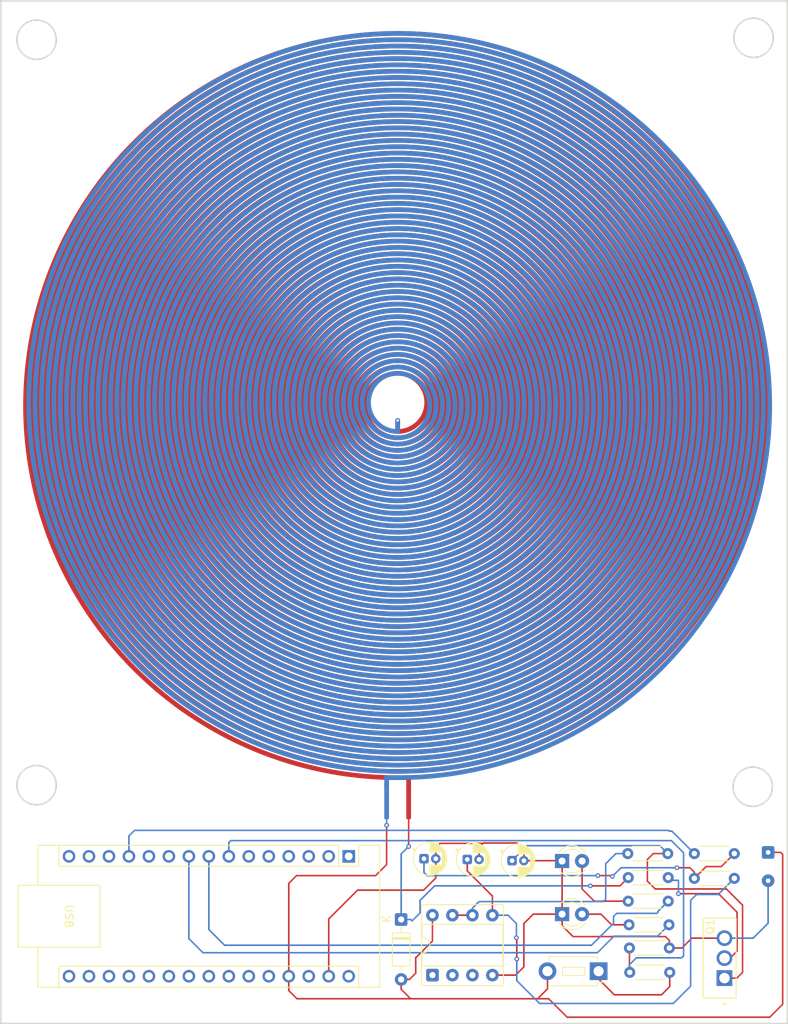
<source format=kicad_pcb>
(kicad_pcb (version 20241229) (generator "pcbnew") (generator_version "9.0")
  (layers (0 "F.Cu" signal) (2 "B.Cu" signal) (13 "F.Paste" user) (15 "B.Paste" user) (5 "F.SilkS" user "F.Silkscreen") (7 "B.SilkS" user "B.Silkscreen") (1 "F.Mask" user) (3 "B.Mask" user) (25 "Edge.Cuts" user))
  (net 0 "")
  (net 6 "GND")
  (net 8 "+5V")
  (net 11 "Net-(A1-D6)")
  (net 23 "Net-(A1-D4)")
  (net 27 "Net-(A1-D9)")
  (net 30 "Net-(A1-D5)")
  (net 31 "Net-(C1-Pad1)")
  (net 32 "Net-(U1B-+)")
  (net 33 "Net-(C3-Pad1)")
  (net 34 "Net-(D1-A)")
  (net 35 "Net-(D2-A)")
  (net 36 "Net-(D3-A)")
  (net 37 "Net-(Q1-Pad2)")
  (net 38 "Net-(U1B--)")
  (net 39 "Net-(R8-Pad1)")
  (footprint "Module:Arduino_Nano" (layer "F.Cu") (at 93.68 138.9 -90)
    (property "Reference" "A1" (hide yes))
    (property "Value" "Arduino_Nano_v3.x" (hide yes))
    (fp_text user "USB" (at 7.62 35.56 270) (layer "F.SilkS"))
    (pad "1" thru_hole rect (at 0 0 270) (size 1.6 1.6) (drill 1) (layers "*.Cu" "*.Mask"))
    (pad "2" thru_hole oval (at 0 2.54 270) (size 1.6 1.6) (drill 1) (layers "*.Cu" "*.Mask"))
    (pad "3" thru_hole oval (at 0 5.08 270) (size 1.6 1.6) (drill 1) (layers "*.Cu" "*.Mask"))
    (pad "4" thru_hole oval (at 0 7.62 270) (size 1.6 1.6) (drill 1) (layers "*.Cu" "*.Mask"))
    (pad "5" thru_hole oval (at 0 10.16 270) (size 1.6 1.6) (drill 1) (layers "*.Cu" "*.Mask"))
    (pad "6" thru_hole oval (at 0 12.7 270) (size 1.6 1.6) (drill 1) (layers "*.Cu" "*.Mask"))
    (pad "7" thru_hole oval (at 0 15.24 270) (size 1.6 1.6) (drill 1) (layers "*.Cu" "*.Mask") (net 23 "Net-(A1-D4)"))
    (pad "8" thru_hole oval (at 0 17.78 270) (size 1.6 1.6) (drill 1) (layers "*.Cu" "*.Mask") (net 30 "Net-(A1-D5)"))
    (pad "9" thru_hole oval (at 0 20.32 270) (size 1.6 1.6) (drill 1) (layers "*.Cu" "*.Mask") (net 11 "Net-(A1-D6)"))
    (pad "10" thru_hole oval (at 0 22.86 270) (size 1.6 1.6) (drill 1) (layers "*.Cu" "*.Mask"))
    (pad "11" thru_hole oval (at 0 25.4 270) (size 1.6 1.6) (drill 1) (layers "*.Cu" "*.Mask"))
    (pad "12" thru_hole oval (at 0 27.94 270) (size 1.6 1.6) (drill 1) (layers "*.Cu" "*.Mask") (net 27 "Net-(A1-D9)"))
    (pad "13" thru_hole oval (at 0 30.48 270) (size 1.6 1.6) (drill 1) (layers "*.Cu" "*.Mask"))
    (pad "14" thru_hole oval (at 0 33.02 270) (size 1.6 1.6) (drill 1) (layers "*.Cu" "*.Mask"))
    (pad "15" thru_hole oval (at 0 35.56 270) (size 1.6 1.6) (drill 1) (layers "*.Cu" "*.Mask"))
    (pad "16" thru_hole oval (at 15.24 35.56 270) (size 1.6 1.6) (drill 1) (layers "*.Cu" "*.Mask"))
    (pad "17" thru_hole oval (at 15.24 33.02 270) (size 1.6 1.6) (drill 1) (layers "*.Cu" "*.Mask"))
    (pad "18" thru_hole oval (at 15.24 30.48 270) (size 1.6 1.6) (drill 1) (layers "*.Cu" "*.Mask"))
    (pad "19" thru_hole oval (at 15.24 27.94 270) (size 1.6 1.6) (drill 1) (layers "*.Cu" "*.Mask"))
    (pad "20" thru_hole oval (at 15.24 25.4 270) (size 1.6 1.6) (drill 1) (layers "*.Cu" "*.Mask"))
    (pad "21" thru_hole oval (at 15.24 22.86 270) (size 1.6 1.6) (drill 1) (layers "*.Cu" "*.Mask"))
    (pad "22" thru_hole oval (at 15.24 20.32 270) (size 1.6 1.6) (drill 1) (layers "*.Cu" "*.Mask"))
    (pad "23" thru_hole oval (at 15.24 17.78 270) (size 1.6 1.6) (drill 1) (layers "*.Cu" "*.Mask"))
    (pad "24" thru_hole oval (at 15.24 15.24 270) (size 1.6 1.6) (drill 1) (layers "*.Cu" "*.Mask"))
    (pad "25" thru_hole oval (at 15.24 12.7 270) (size 1.6 1.6) (drill 1) (layers "*.Cu" "*.Mask"))
    (pad "26" thru_hole oval (at 15.24 10.16 270) (size 1.6 1.6) (drill 1) (layers "*.Cu" "*.Mask"))
    (pad "27" thru_hole oval (at 15.24 7.62 270) (size 1.6 1.6) (drill 1) (layers "*.Cu" "*.Mask") (net 8 "+5V"))
    (pad "28" thru_hole oval (at 15.24 5.08 270) (size 1.6 1.6) (drill 1) (layers "*.Cu" "*.Mask"))
    (pad "29" thru_hole oval (at 15.24 2.54 270) (size 1.6 1.6) (drill 1) (layers "*.Cu" "*.Mask") (net 6 "GND"))
    (pad "30" thru_hole oval (at 15.24 0 270) (size 1.6 1.6) (drill 1) (layers "*.Cu" "*.Mask"))
  )
  (footprint "Coil:Schuman_Coil" (layer "F.Cu") (at 96.9 84.2)
    (property "Reference" "L1" (hide yes))
    (property "Value" "L" (hide yes))
    (fp_line (start 3 0.7) (end 3 -0.7) (stroke (width 0.6)) (layer "F.Cu"))
    (fp_line (start 3 44.7) (end 4.4 44.7) (stroke (width 0.6)) (layer "F.Cu"))
    (fp_line (start 4.4 44.7) (end 4.4 45.8) (stroke (width 0.6)) (layer "F.Cu"))
    (fp_arc (start 3 -49.9) (mid 49.9 -3) (end 3 43.9) (stroke (width 0.6)) (layer "F.Cu"))
    (fp_arc (start 3 -49.1) (mid 49.1 -3) (end 3 43.1) (stroke (width 0.6)) (layer "F.Cu"))
    (fp_arc (start 3 -48.3) (mid 48.3 -3) (end 3 42.3) (stroke (width 0.6)) (layer "F.Cu"))
    (fp_arc (start 3 -47.5) (mid 47.5 -3) (end 3 41.5) (stroke (width 0.6)) (layer "F.Cu"))
    (fp_arc (start 3 -46.7) (mid 46.7 -3) (end 3 40.7) (stroke (width 0.6)) (layer "F.Cu"))
    (fp_arc (start 3 -45.9) (mid 45.9 -3) (end 3 39.9) (stroke (width 0.6)) (layer "F.Cu"))
    (fp_arc (start 3 -45.1) (mid 45.1 -3) (end 3 39.1) (stroke (width 0.6)) (layer "F.Cu"))
    (fp_arc (start 3 -44.3) (mid 44.3 -3) (end 3 38.3) (stroke (width 0.6)) (layer "F.Cu"))
    (fp_arc (start 3 -43.5) (mid 43.5 -3) (end 3 37.5) (stroke (width 0.6)) (layer "F.Cu"))
    (fp_arc (start 3 -42.7) (mid 42.7 -3) (end 3 36.7) (stroke (width 0.6)) (layer "F.Cu"))
    (fp_arc (start 3 -41.9) (mid 41.9 -3) (end 3 35.9) (stroke (width 0.6)) (layer "F.Cu"))
    (fp_arc (start 3 -41.1) (mid 41.1 -3) (end 3 35.1) (stroke (width 0.6)) (layer "F.Cu"))
    (fp_arc (start 3 -40.3) (mid 40.3 -3) (end 3 34.3) (stroke (width 0.6)) (layer "F.Cu"))
    (fp_arc (start 3 -39.5) (mid 39.5 -3) (end 3 33.5) (stroke (width 0.6)) (layer "F.Cu"))
    (fp_arc (start 3 -38.7) (mid 38.7 -3) (end 3 32.7) (stroke (width 0.6)) (layer "F.Cu"))
    (fp_arc (start 3 -37.9) (mid 37.9 -3) (end 3 31.9) (stroke (width 0.6)) (layer "F.Cu"))
    (fp_arc (start 3 -37.1) (mid 37.1 -3) (end 3 31.1) (stroke (width 0.6)) (layer "F.Cu"))
    (fp_arc (start 3 -36.3) (mid 36.3 -3) (end 3 30.3) (stroke (width 0.6)) (layer "F.Cu"))
    (fp_arc (start 3 -35.5) (mid 35.5 -3) (end 3 29.5) (stroke (width 0.6)) (layer "F.Cu"))
    (fp_arc (start 3 -34.7) (mid 34.7 -3) (end 3 28.7) (stroke (width 0.6)) (layer "F.Cu"))
    (fp_arc (start 3 -33.9) (mid 33.9 -3) (end 3 27.9) (stroke (width 0.6)) (layer "F.Cu"))
    (fp_arc (start 3 -33.1) (mid 33.1 -3) (end 3 27.1) (stroke (width 0.6)) (layer "F.Cu"))
    (fp_arc (start 3 -32.3) (mid 32.3 -3) (end 3 26.3) (stroke (width 0.6)) (layer "F.Cu"))
    (fp_arc (start 3 -31.5) (mid 31.5 -3) (end 3 25.5) (stroke (width 0.6)) (layer "F.Cu"))
    (fp_arc (start 3 -30.7) (mid 30.7 -3) (end 3 24.7) (stroke (width 0.6)) (layer "F.Cu"))
    (fp_arc (start 3 -29.9) (mid 29.9 -3) (end 3 23.9) (stroke (width 0.6)) (layer "F.Cu"))
    (fp_arc (start 3 -29.1) (mid 29.1 -3) (end 3 23.1) (stroke (width 0.6)) (layer "F.Cu"))
    (fp_arc (start 3 -28.3) (mid 28.3 -3) (end 3 22.3) (stroke (width 0.6)) (layer "F.Cu"))
    (fp_arc (start 3 -27.5) (mid 27.5 -3) (end 3 21.5) (stroke (width 0.6)) (layer "F.Cu"))
    (fp_arc (start 3 -26.7) (mid 26.7 -3) (end 3 20.7) (stroke (width 0.6)) (layer "F.Cu"))
    (fp_arc (start 3 -25.9) (mid 25.9 -3) (end 3 19.9) (stroke (width 0.6)) (layer "F.Cu"))
    (fp_arc (start 3 -25.1) (mid 25.1 -3) (end 3 19.1) (stroke (width 0.6)) (layer "F.Cu"))
    (fp_arc (start 3 -24.3) (mid 24.3 -3) (end 3 18.3) (stroke (width 0.6)) (layer "F.Cu"))
    (fp_arc (start 3 -23.5) (mid 23.5 -3) (end 3 17.5) (stroke (width 0.6)) (layer "F.Cu"))
    (fp_arc (start 3 -22.7) (mid 22.7 -3) (end 3 16.7) (stroke (width 0.6)) (layer "F.Cu"))
    (fp_arc (start 3 -21.9) (mid 21.9 -3) (end 3 15.9) (stroke (width 0.6)) (layer "F.Cu"))
    (fp_arc (start 3 -21.1) (mid 21.1 -3) (end 3 15.1) (stroke (width 0.6)) (layer "F.Cu"))
    (fp_arc (start 3 -20.3) (mid 20.3 -3) (end 3 14.3) (stroke (width 0.6)) (layer "F.Cu"))
    (fp_arc (start 3 -19.5) (mid 19.5 -3) (end 3 13.5) (stroke (width 0.6)) (layer "F.Cu"))
    (fp_arc (start 3 -18.7) (mid 18.7 -3) (end 3 12.7) (stroke (width 0.6)) (layer "F.Cu"))
    (fp_arc (start 3 -17.9) (mid 17.9 -3) (end 3 11.9) (stroke (width 0.6)) (layer "F.Cu"))
    (fp_arc (start 3 -17.1) (mid 17.1 -3) (end 3 11.1) (stroke (width 0.6)) (layer "F.Cu"))
    (fp_arc (start 3 -16.3) (mid 16.3 -3) (end 3 10.3) (stroke (width 0.6)) (layer "F.Cu"))
    (fp_arc (start 3 -15.5) (mid 15.5 -3) (end 3 9.5) (stroke (width 0.6)) (layer "F.Cu"))
    (fp_arc (start 3 -14.7) (mid 14.7 -3) (end 3 8.7) (stroke (width 0.6)) (layer "F.Cu"))
    (fp_arc (start 3 -13.9) (mid 13.9 -3) (end 3 7.9) (stroke (width 0.6)) (layer "F.Cu"))
    (fp_arc (start 3 -13.1) (mid 13.1 -3) (end 3 7.1) (stroke (width 0.6)) (layer "F.Cu"))
    (fp_arc (start 3 -12.3) (mid 12.3 -3) (end 3 6.3) (stroke (width 0.6)) (layer "F.Cu"))
    (fp_arc (start 3 -11.5) (mid 11.5 -3) (end 3 5.5) (stroke (width 0.6)) (layer "F.Cu"))
    (fp_arc (start 3 -10.7) (mid 10.7 -3) (end 3 4.7) (stroke (width 0.6)) (layer "F.Cu"))
    (fp_arc (start 3 -9.9) (mid 9.9 -3) (end 3 3.9) (stroke (width 0.6)) (layer "F.Cu"))
    (fp_arc (start 3 -9.1) (mid 9.1 -3) (end 3 3.1) (stroke (width 0.6)) (layer "F.Cu"))
    (fp_arc (start 3 -8.3) (mid 8.3 -3) (end 3 2.3) (stroke (width 0.6)) (layer "F.Cu"))
    (fp_arc (start 3 -7.5) (mid 7.5 -3) (end 3 1.5) (stroke (width 0.6)) (layer "F.Cu"))
    (fp_arc (start 3 -6.7) (mid 6.7 -3) (end 3 0.7) (stroke (width 0.6)) (layer "F.Cu"))
    (fp_arc (start 3 1.5) (mid -1.1 -2.6) (end 3 -6.7) (stroke (width 0.6)) (layer "F.Cu"))
    (fp_arc (start 3 2.3) (mid -1.9 -2.6) (end 3 -7.5) (stroke (width 0.6)) (layer "F.Cu"))
    (fp_arc (start 3 3.1) (mid -2.7 -2.6) (end 3 -8.3) (stroke (width 0.6)) (layer "F.Cu"))
    (fp_arc (start 3 3.9) (mid -3.5 -2.6) (end 3 -9.1) (stroke (width 0.6)) (layer "F.Cu"))
    (fp_arc (start 3 4.7) (mid -4.3 -2.6) (end 3 -9.9) (stroke (width 0.6)) (layer "F.Cu"))
    (fp_arc (start 3 5.5) (mid -5.1 -2.6) (end 3 -10.7) (stroke (width 0.6)) (layer "F.Cu"))
    (fp_arc (start 3 6.3) (mid -5.9 -2.6) (end 3 -11.5) (stroke (width 0.6)) (layer "F.Cu"))
    (fp_arc (start 3 7.1) (mid -6.7 -2.6) (end 3 -12.3) (stroke (width 0.6)) (layer "F.Cu"))
    (fp_arc (start 3 7.9) (mid -7.5 -2.6) (end 3 -13.1) (stroke (width 0.6)) (layer "F.Cu"))
    (fp_arc (start 3 8.7) (mid -8.3 -2.6) (end 3 -13.9) (stroke (width 0.6)) (layer "F.Cu"))
    (fp_arc (start 3 9.5) (mid -9.1 -2.6) (end 3 -14.7) (stroke (width 0.6)) (layer "F.Cu"))
    (fp_arc (start 3 10.3) (mid -9.9 -2.6) (end 3 -15.5) (stroke (width 0.6)) (layer "F.Cu"))
    (fp_arc (start 3 11.1) (mid -10.7 -2.6) (end 3 -16.3) (stroke (width 0.6)) (layer "F.Cu"))
    (fp_arc (start 3 11.9) (mid -11.5 -2.6) (end 3 -17.1) (stroke (width 0.6)) (layer "F.Cu"))
    (fp_arc (start 3 12.7) (mid -12.3 -2.6) (end 3 -17.9) (stroke (width 0.6)) (layer "F.Cu"))
    (fp_arc (start 3 13.5) (mid -13.1 -2.6) (end 3 -18.7) (stroke (width 0.6)) (layer "F.Cu"))
    (fp_arc (start 3 14.3) (mid -13.9 -2.6) (end 3 -19.5) (stroke (width 0.6)) (layer "F.Cu"))
    (fp_arc (start 3 15.1) (mid -14.7 -2.6) (end 3 -20.3) (stroke (width 0.6)) (layer "F.Cu"))
    (fp_arc (start 3 15.9) (mid -15.5 -2.6) (end 3 -21.1) (stroke (width 0.6)) (layer "F.Cu"))
    (fp_arc (start 3 16.7) (mid -16.3 -2.6) (end 3 -21.9) (stroke (width 0.6)) (layer "F.Cu"))
    (fp_arc (start 3 17.5) (mid -17.1 -2.6) (end 3 -22.7) (stroke (width 0.6)) (layer "F.Cu"))
    (fp_arc (start 3 18.3) (mid -17.9 -2.6) (end 3 -23.5) (stroke (width 0.6)) (layer "F.Cu"))
    (fp_arc (start 3 19.1) (mid -18.7 -2.6) (end 3 -24.3) (stroke (width 0.6)) (layer "F.Cu"))
    (fp_arc (start 3 19.9) (mid -19.5 -2.6) (end 3 -25.1) (stroke (width 0.6)) (layer "F.Cu"))
    (fp_arc (start 3 20.7) (mid -20.3 -2.6) (end 3 -25.9) (stroke (width 0.6)) (layer "F.Cu"))
    (fp_arc (start 3 21.5) (mid -21.1 -2.6) (end 3 -26.7) (stroke (width 0.6)) (layer "F.Cu"))
    (fp_arc (start 3 22.3) (mid -21.9 -2.6) (end 3 -27.5) (stroke (width 0.6)) (layer "F.Cu"))
    (fp_arc (start 3 23.1) (mid -22.7 -2.6) (end 3 -28.3) (stroke (width 0.6)) (layer "F.Cu"))
    (fp_arc (start 3 23.9) (mid -23.5 -2.6) (end 3 -29.1) (stroke (width 0.6)) (layer "F.Cu"))
    (fp_arc (start 3 24.7) (mid -24.3 -2.6) (end 3 -29.9) (stroke (width 0.6)) (layer "F.Cu"))
    (fp_arc (start 3 25.5) (mid -25.1 -2.6) (end 3 -30.7) (stroke (width 0.6)) (layer "F.Cu"))
    (fp_arc (start 3 26.3) (mid -25.9 -2.6) (end 3 -31.5) (stroke (width 0.6)) (layer "F.Cu"))
    (fp_arc (start 3 27.1) (mid -26.7 -2.6) (end 3 -32.3) (stroke (width 0.6)) (layer "F.Cu"))
    (fp_arc (start 3 27.9) (mid -27.5 -2.6) (end 3 -33.1) (stroke (width 0.6)) (layer "F.Cu"))
    (fp_arc (start 3 28.7) (mid -28.3 -2.6) (end 3 -33.9) (stroke (width 0.6)) (layer "F.Cu"))
    (fp_arc (start 3 29.5) (mid -29.1 -2.6) (end 3 -34.7) (stroke (width 0.6)) (layer "F.Cu"))
    (fp_arc (start 3 30.3) (mid -29.9 -2.6) (end 3 -35.5) (stroke (width 0.6)) (layer "F.Cu"))
    (fp_arc (start 3 31.1) (mid -30.7 -2.6) (end 3 -36.3) (stroke (width 0.6)) (layer "F.Cu"))
    (fp_arc (start 3 31.9) (mid -31.5 -2.6) (end 3 -37.1) (stroke (width 0.6)) (layer "F.Cu"))
    (fp_arc (start 3 32.7) (mid -32.3 -2.6) (end 3 -37.9) (stroke (width 0.6)) (layer "F.Cu"))
    (fp_arc (start 3 33.5) (mid -33.1 -2.6) (end 3 -38.7) (stroke (width 0.6)) (layer "F.Cu"))
    (fp_arc (start 3 34.3) (mid -33.9 -2.6) (end 3 -39.5) (stroke (width 0.6)) (layer "F.Cu"))
    (fp_arc (start 3 35.1) (mid -34.7 -2.6) (end 3 -40.3) (stroke (width 0.6)) (layer "F.Cu"))
    (fp_arc (start 3 35.9) (mid -35.5 -2.6) (end 3 -41.1) (stroke (width 0.6)) (layer "F.Cu"))
    (fp_arc (start 3 36.7) (mid -36.3 -2.6) (end 3 -41.9) (stroke (width 0.6)) (layer "F.Cu"))
    (fp_arc (start 3 37.5) (mid -37.1 -2.6) (end 3 -42.7) (stroke (width 0.6)) (layer "F.Cu"))
    (fp_arc (start 3 38.3) (mid -37.9 -2.6) (end 3 -43.5) (stroke (width 0.6)) (layer "F.Cu"))
    (fp_arc (start 3 39.1) (mid -38.7 -2.6) (end 3 -44.3) (stroke (width 0.6)) (layer "F.Cu"))
    (fp_arc (start 3 39.9) (mid -39.5 -2.6) (end 3 -45.1) (stroke (width 0.6)) (layer "F.Cu"))
    (fp_arc (start 3 40.7) (mid -40.3 -2.6) (end 3 -45.9) (stroke (width 0.6)) (layer "F.Cu"))
    (fp_arc (start 3 41.5) (mid -41.1 -2.6) (end 3 -46.7) (stroke (width 0.6)) (layer "F.Cu"))
    (fp_arc (start 3 42.3) (mid -41.9 -2.6) (end 3 -47.5) (stroke (width 0.6)) (layer "F.Cu"))
    (fp_arc (start 3 43.1) (mid -42.7 -2.6) (end 3 -48.3) (stroke (width 0.6)) (layer "F.Cu"))
    (fp_arc (start 3 43.9) (mid -43.5 -2.6) (end 3 -49.1) (stroke (width 0.6)) (layer "F.Cu"))
    (fp_arc (start 3 44.7) (mid -44.3 -2.6) (end 3 -49.9) (stroke (width 0.6)) (layer "F.Cu"))
    (fp_line (start 1.6 44.7) (end 1.6 45.8) (stroke (width 0.6)) (layer "B.Cu"))
    (fp_line (start 3 0.7) (end 3 -0.7) (stroke (width 0.6)) (layer "B.Cu"))
    (fp_line (start 3 44.7) (end 1.6 44.7) (stroke (width 0.6)) (layer "B.Cu"))
    (fp_arc (start 3 -49.9) (mid 50.3 -2.6) (end 3 44.7) (stroke (width 0.6)) (layer "B.Cu"))
    (fp_arc (start 3 -49.1) (mid 49.5 -2.6) (end 3 43.9) (stroke (width 0.6)) (layer "B.Cu"))
    (fp_arc (start 3 -48.3) (mid 48.7 -2.6) (end 3 43.1) (stroke (width 0.6)) (layer "B.Cu"))
    (fp_arc (start 3 -47.5) (mid 47.9 -2.6) (end 3 42.3) (stroke (width 0.6)) (layer "B.Cu"))
    (fp_arc (start 3 -46.7) (mid 47.1 -2.6) (end 3 41.5) (stroke (width 0.6)) (layer "B.Cu"))
    (fp_arc (start 3 -45.9) (mid 46.3 -2.6) (end 3 40.7) (stroke (width 0.6)) (layer "B.Cu"))
    (fp_arc (start 3 -45.1) (mid 45.5 -2.6) (end 3 39.9) (stroke (width 0.6)) (layer "B.Cu"))
    (fp_arc (start 3 -44.3) (mid 44.7 -2.6) (end 3 39.1) (stroke (width 0.6)) (layer "B.Cu"))
    (fp_arc (start 3 -43.5) (mid 43.9 -2.6) (end 3 38.3) (stroke (width 0.6)) (layer "B.Cu"))
    (fp_arc (start 3 -42.7) (mid 43.1 -2.6) (end 3 37.5) (stroke (width 0.6)) (layer "B.Cu"))
    (fp_arc (start 3 -41.9) (mid 42.3 -2.6) (end 3 36.7) (stroke (width 0.6)) (layer "B.Cu"))
    (fp_arc (start 3 -41.1) (mid 41.5 -2.6) (end 3 35.9) (stroke (width 0.6)) (layer "B.Cu"))
    (fp_arc (start 3 -40.3) (mid 40.7 -2.6) (end 3 35.1) (stroke (width 0.6)) (layer "B.Cu"))
    (fp_arc (start 3 -39.5) (mid 39.9 -2.6) (end 3 34.3) (stroke (width 0.6)) (layer "B.Cu"))
    (fp_arc (start 3 -38.7) (mid 39.1 -2.6) (end 3 33.5) (stroke (width 0.6)) (layer "B.Cu"))
    (fp_arc (start 3 -37.9) (mid 38.3 -2.6) (end 3 32.7) (stroke (width 0.6)) (layer "B.Cu"))
    (fp_arc (start 3 -37.1) (mid 37.5 -2.6) (end 3 31.9) (stroke (width 0.6)) (layer "B.Cu"))
    (fp_arc (start 3 -36.3) (mid 36.7 -2.6) (end 3 31.1) (stroke (width 0.6)) (layer "B.Cu"))
    (fp_arc (start 3 -35.5) (mid 35.9 -2.6) (end 3 30.3) (stroke (width 0.6)) (layer "B.Cu"))
    (fp_arc (start 3 -34.7) (mid 35.1 -2.6) (end 3 29.5) (stroke (width 0.6)) (layer "B.Cu"))
    (fp_arc (start 3 -33.9) (mid 34.3 -2.6) (end 3 28.7) (stroke (width 0.6)) (layer "B.Cu"))
    (fp_arc (start 3 -33.1) (mid 33.5 -2.6) (end 3 27.9) (stroke (width 0.6)) (layer "B.Cu"))
    (fp_arc (start 3 -32.3) (mid 32.7 -2.6) (end 3 27.1) (stroke (width 0.6)) (layer "B.Cu"))
    (fp_arc (start 3 -31.5) (mid 31.9 -2.6) (end 3 26.3) (stroke (width 0.6)) (layer "B.Cu"))
    (fp_arc (start 3 -30.7) (mid 31.1 -2.6) (end 3 25.5) (stroke (width 0.6)) (layer "B.Cu"))
    (fp_arc (start 3 -29.9) (mid 30.3 -2.6) (end 3 24.7) (stroke (width 0.6)) (layer "B.Cu"))
    (fp_arc (start 3 -29.1) (mid 29.5 -2.6) (end 3 23.9) (stroke (width 0.6)) (layer "B.Cu"))
    (fp_arc (start 3 -28.3) (mid 28.7 -2.6) (end 3 23.1) (stroke (width 0.6)) (layer "B.Cu"))
    (fp_arc (start 3 -27.5) (mid 27.9 -2.6) (end 3 22.3) (stroke (width 0.6)) (layer "B.Cu"))
    (fp_arc (start 3 -26.7) (mid 27.1 -2.6) (end 3 21.5) (stroke (width 0.6)) (layer "B.Cu"))
    (fp_arc (start 3 -25.9) (mid 26.3 -2.6) (end 3 20.7) (stroke (width 0.6)) (layer "B.Cu"))
    (fp_arc (start 3 -25.1) (mid 25.5 -2.6) (end 3 19.9) (stroke (width 0.6)) (layer "B.Cu"))
    (fp_arc (start 3 -24.3) (mid 24.7 -2.6) (end 3 19.1) (stroke (width 0.6)) (layer "B.Cu"))
    (fp_arc (start 3 -23.5) (mid 23.9 -2.6) (end 3 18.3) (stroke (width 0.6)) (layer "B.Cu"))
    (fp_arc (start 3 -22.7) (mid 23.1 -2.6) (end 3 17.5) (stroke (width 0.6)) (layer "B.Cu"))
    (fp_arc (start 3 -21.9) (mid 22.3 -2.6) (end 3 16.7) (stroke (width 0.6)) (layer "B.Cu"))
    (fp_arc (start 3 -21.1) (mid 21.5 -2.6) (end 3 15.9) (stroke (width 0.6)) (layer "B.Cu"))
    (fp_arc (start 3 -20.3) (mid 20.7 -2.6) (end 3 15.1) (stroke (width 0.6)) (layer "B.Cu"))
    (fp_arc (start 3 -19.5) (mid 19.9 -2.6) (end 3 14.3) (stroke (width 0.6)) (layer "B.Cu"))
    (fp_arc (start 3 -18.7) (mid 19.1 -2.6) (end 3 13.5) (stroke (width 0.6)) (layer "B.Cu"))
    (fp_arc (start 3 -17.9) (mid 18.3 -2.6) (end 3 12.7) (stroke (width 0.6)) (layer "B.Cu"))
    (fp_arc (start 3 -17.1) (mid 17.5 -2.6) (end 3 11.9) (stroke (width 0.6)) (layer "B.Cu"))
    (fp_arc (start 3 -16.3) (mid 16.7 -2.6) (end 3 11.1) (stroke (width 0.6)) (layer "B.Cu"))
    (fp_arc (start 3 -15.5) (mid 15.9 -2.6) (end 3 10.3) (stroke (width 0.6)) (layer "B.Cu"))
    (fp_arc (start 3 -14.7) (mid 15.1 -2.6) (end 3 9.5) (stroke (width 0.6)) (layer "B.Cu"))
    (fp_arc (start 3 -13.9) (mid 14.3 -2.6) (end 3 8.7) (stroke (width 0.6)) (layer "B.Cu"))
    (fp_arc (start 3 -13.1) (mid 13.5 -2.6) (end 3 7.9) (stroke (width 0.6)) (layer "B.Cu"))
    (fp_arc (start 3 -12.3) (mid 12.7 -2.6) (end 3 7.1) (stroke (width 0.6)) (layer "B.Cu"))
    (fp_arc (start 3 -11.5) (mid 11.9 -2.6) (end 3 6.3) (stroke (width 0.6)) (layer "B.Cu"))
    (fp_arc (start 3 -10.7) (mid 11.1 -2.6) (end 3 5.5) (stroke (width 0.6)) (layer "B.Cu"))
    (fp_arc (start 3 -9.9) (mid 10.3 -2.6) (end 3 4.7) (stroke (width 0.6)) (layer "B.Cu"))
    (fp_arc (start 3 -9.1) (mid 9.5 -2.6) (end 3 3.9) (stroke (width 0.6)) (layer "B.Cu"))
    (fp_arc (start 3 -8.3) (mid 8.7 -2.6) (end 3 3.1) (stroke (width 0.6)) (layer "B.Cu"))
    (fp_arc (start 3 -7.5) (mid 7.9 -2.6) (end 3 2.3) (stroke (width 0.6)) (layer "B.Cu"))
    (fp_arc (start 3 -6.7) (mid 7.1 -2.6) (end 3 1.5) (stroke (width 0.6)) (layer "B.Cu"))
    (fp_arc (start 3 0.7) (mid -0.7 -3) (end 3 -6.7) (stroke (width 0.6)) (layer "B.Cu"))
    (fp_arc (start 3 1.5) (mid -1.5 -3) (end 3 -7.5) (stroke (width 0.6)) (layer "B.Cu"))
    (fp_arc (start 3 2.3) (mid -2.3 -3) (end 3 -8.3) (stroke (width 0.6)) (layer "B.Cu"))
    (fp_arc (start 3 3.1) (mid -3.1 -3) (end 3 -9.1) (stroke (width 0.6)) (layer "B.Cu"))
    (fp_arc (start 3 3.9) (mid -3.9 -3) (end 3 -9.9) (stroke (width 0.6)) (layer "B.Cu"))
    (fp_arc (start 3 4.7) (mid -4.7 -3) (end 3 -10.7) (stroke (width 0.6)) (layer "B.Cu"))
    (fp_arc (start 3 5.5) (mid -5.5 -3) (end 3 -11.5) (stroke (width 0.6)) (layer "B.Cu"))
    (fp_arc (start 3 6.3) (mid -6.3 -3) (end 3 -12.3) (stroke (width 0.6)) (layer "B.Cu"))
    (fp_arc (start 3 7.1) (mid -7.1 -3) (end 3 -13.1) (stroke (width 0.6)) (layer "B.Cu"))
    (fp_arc (start 3 7.9) (mid -7.9 -3) (end 3 -13.9) (stroke (width 0.6)) (layer "B.Cu"))
    (fp_arc (start 3 8.7) (mid -8.7 -3) (end 3 -14.7) (stroke (width 0.6)) (layer "B.Cu"))
    (fp_arc (start 3 9.5) (mid -9.5 -3) (end 3 -15.5) (stroke (width 0.6)) (layer "B.Cu"))
    (fp_arc (start 3 10.3) (mid -10.3 -3) (end 3 -16.3) (stroke (width 0.6)) (layer "B.Cu"))
    (fp_arc (start 3 11.1) (mid -11.1 -3) (end 3 -17.1) (stroke (width 0.6)) (layer "B.Cu"))
    (fp_arc (start 3 11.9) (mid -11.9 -3) (end 3 -17.9) (stroke (width 0.6)) (layer "B.Cu"))
    (fp_arc (start 3 12.7) (mid -12.7 -3) (end 3 -18.7) (stroke (width 0.6)) (layer "B.Cu"))
    (fp_arc (start 3 13.5) (mid -13.5 -3) (end 3 -19.5) (stroke (width 0.6)) (layer "B.Cu"))
    (fp_arc (start 3 14.3) (mid -14.3 -3) (end 3 -20.3) (stroke (width 0.6)) (layer "B.Cu"))
    (fp_arc (start 3 15.1) (mid -15.1 -3) (end 3 -21.1) (stroke (width 0.6)) (layer "B.Cu"))
    (fp_arc (start 3 15.9) (mid -15.9 -3) (end 3 -21.9) (stroke (width 0.6)) (layer "B.Cu"))
    (fp_arc (start 3 16.7) (mid -16.7 -3) (end 3 -22.7) (stroke (width 0.6)) (layer "B.Cu"))
    (fp_arc (start 3 17.5) (mid -17.5 -3) (end 3 -23.5) (stroke (width 0.6)) (layer "B.Cu"))
    (fp_arc (start 3 18.3) (mid -18.3 -3) (end 3 -24.3) (stroke (width 0.6)) (layer "B.Cu"))
    (fp_arc (start 3 19.1) (mid -19.1 -3) (end 3 -25.1) (stroke (width 0.6)) (layer "B.Cu"))
    (fp_arc (start 3 19.9) (mid -19.9 -3) (end 3 -25.9) (stroke (width 0.6)) (layer "B.Cu"))
    (fp_arc (start 3 20.7) (mid -20.7 -3) (end 3 -26.7) (stroke (width 0.6)) (layer "B.Cu"))
    (fp_arc (start 3 21.5) (mid -21.5 -3) (end 3 -27.5) (stroke (width 0.6)) (layer "B.Cu"))
    (fp_arc (start 3 22.3) (mid -22.3 -3) (end 3 -28.3) (stroke (width 0.6)) (layer "B.Cu"))
    (fp_arc (start 3 23.1) (mid -23.1 -3) (end 3 -29.1) (stroke (width 0.6)) (layer "B.Cu"))
    (fp_arc (start 3 23.9) (mid -23.9 -3) (end 3 -29.9) (stroke (width 0.6)) (layer "B.Cu"))
    (fp_arc (start 3 24.7) (mid -24.7 -3) (end 3 -30.7) (stroke (width 0.6)) (layer "B.Cu"))
    (fp_arc (start 3 25.5) (mid -25.5 -3) (end 3 -31.5) (stroke (width 0.6)) (layer "B.Cu"))
    (fp_arc (start 3 26.3) (mid -26.3 -3) (end 3 -32.3) (stroke (width 0.6)) (layer "B.Cu"))
    (fp_arc (start 3 27.1) (mid -27.1 -3) (end 3 -33.1) (stroke (width 0.6)) (layer "B.Cu"))
    (fp_arc (start 3 27.9) (mid -27.9 -3) (end 3 -33.9) (stroke (width 0.6)) (layer "B.Cu"))
    (fp_arc (start 3 28.7) (mid -28.7 -3) (end 3 -34.7) (stroke (width 0.6)) (layer "B.Cu"))
    (fp_arc (start 3 29.5) (mid -29.5 -3) (end 3 -35.5) (stroke (width 0.6)) (layer "B.Cu"))
    (fp_arc (start 3 30.3) (mid -30.3 -3) (end 3 -36.3) (stroke (width 0.6)) (layer "B.Cu"))
    (fp_arc (start 3 31.1) (mid -31.1 -3) (end 3 -37.1) (stroke (width 0.6)) (layer "B.Cu"))
    (fp_arc (start 3 31.9) (mid -31.9 -3) (end 3 -37.9) (stroke (width 0.6)) (layer "B.Cu"))
    (fp_arc (start 3 32.7) (mid -32.7 -3) (end 3 -38.7) (stroke (width 0.6)) (layer "B.Cu"))
    (fp_arc (start 3 33.5) (mid -33.5 -3) (end 3 -39.5) (stroke (width 0.6)) (layer "B.Cu"))
    (fp_arc (start 3 34.3) (mid -34.3 -3) (end 3 -40.3) (stroke (width 0.6)) (layer "B.Cu"))
    (fp_arc (start 3 35.1) (mid -35.1 -3) (end 3 -41.1) (stroke (width 0.6)) (layer "B.Cu"))
    (fp_arc (start 3 35.9) (mid -35.9 -3) (end 3 -41.9) (stroke (width 0.6)) (layer "B.Cu"))
    (fp_arc (start 3 36.7) (mid -36.7 -3) (end 3 -42.7) (stroke (width 0.6)) (layer "B.Cu"))
    (fp_arc (start 3 37.5) (mid -37.5 -3) (end 3 -43.5) (stroke (width 0.6)) (layer "B.Cu"))
    (fp_arc (start 3 38.3) (mid -38.3 -3) (end 3 -44.3) (stroke (width 0.6)) (layer "B.Cu"))
    (fp_arc (start 3 39.1) (mid -39.1 -3) (end 3 -45.1) (stroke (width 0.6)) (layer "B.Cu"))
    (fp_arc (start 3 39.9) (mid -39.9 -3) (end 3 -45.9) (stroke (width 0.6)) (layer "B.Cu"))
    (fp_arc (start 3 40.7) (mid -40.7 -3) (end 3 -46.7) (stroke (width 0.6)) (layer "B.Cu"))
    (fp_arc (start 3 41.5) (mid -41.5 -3) (end 3 -47.5) (stroke (width 0.6)) (layer "B.Cu"))
    (fp_arc (start 3 42.3) (mid -42.3 -3) (end 3 -48.3) (stroke (width 0.6)) (layer "B.Cu"))
    (fp_arc (start 3 43.1) (mid -43.1 -3) (end 3 -49.1) (stroke (width 0.6)) (layer "B.Cu"))
    (fp_arc (start 3 43.9) (mid -43.9 -3) (end 3 -49.9) (stroke (width 0.6)) (layer "B.Cu"))
    (pad "0" thru_hole circle (at 3 -0.7 270) (size 0.6 0.6) (drill 0.3) (layers "*.Cu"))
    (pad "1" smd roundrect (at 4.4 47.6 270) (size 4.8 0.6) (layers "F.Cu") (net 36 "Net-(D3-A)"))
    (pad "2" smd roundrect (at 1.6 47.6 270) (size 4.8 0.6) (layers "B.Cu") (net 8 "+5V"))
  )
  (footprint "Resistor_THT:R_Axial_DIN0204_L3.6mm_D1.6mm_P5.08mm_Horizontal" (layer "F.Cu") (at 134.3 141.6 180)
    (property "Reference" "R2" (hide yes))
    (property "Value" "150" (hide yes))
    (pad "1" thru_hole circle (at 0 0 180) (size 1.4 1.4) (drill 0.7) (layers "*.Cu" "*.Mask") (net 37 "Net-(Q1-Pad2)"))
    (pad "2" thru_hole circle (at 5.08 0 180) (size 1.4 1.4) (drill 0.7) (layers "*.Cu" "*.Mask") (net 36 "Net-(D3-A)"))
  )
  (footprint "LED_THT:LED_D3.0mm" (layer "F.Cu") (at 120.81 146.25)
    (property "Reference" "D2" (hide yes))
    (property "Value" "LED" (hide yes))
    (pad "1" thru_hole rect (at 0 0) (size 1.8 1.8) (drill 0.9) (layers "*.Cu" "*.Mask") (net 6 "GND"))
    (pad "2" thru_hole circle (at 2.54 0) (size 1.8 1.8) (drill 0.9) (layers "*.Cu" "*.Mask") (net 35 "Net-(D2-A)"))
  )
  (footprint "Resistor_THT:R_Axial_DIN0204_L3.6mm_D1.6mm_P5.08mm_Horizontal" (layer "F.Cu") (at 129.32 147.6)
    (property "Reference" "R5" (hide yes))
    (property "Value" "220" (hide yes))
    (pad "1" thru_hole circle (at 0 0) (size 1.4 1.4) (drill 0.7) (layers "*.Cu" "*.Mask") (net 35 "Net-(D2-A)"))
    (pad "2" thru_hole circle (at 5.08 0) (size 1.4 1.4) (drill 0.7) (layers "*.Cu" "*.Mask") (net 11 "Net-(A1-D6)"))
  )
  (footprint "Resistor_THT:R_Axial_DIN0204_L3.6mm_D1.6mm_P5.08mm_Horizontal" (layer "F.Cu") (at 134.49 153.65 180)
    (property "Reference" "R8" (hide yes))
    (property "Value" "10k" (hide yes))
    (pad "1" thru_hole circle (at 0 0 180) (size 1.4 1.4) (drill 0.7) (layers "*.Cu" "*.Mask") (net 39 "Net-(R8-Pad1)"))
    (pad "2" thru_hole circle (at 5.08 0 180) (size 1.4 1.4) (drill 0.7) (layers "*.Cu" "*.Mask") (net 23 "Net-(A1-D4)"))
  )
  (footprint "Resistor_THT:R_Axial_DIN0204_L3.6mm_D1.6mm_P5.08mm_Horizontal" (layer "F.Cu") (at 142.7 141.7 180)
    (property "Reference" "R3" (hide yes))
    (property "Value" "10k" (hide yes))
    (pad "1" thru_hole circle (at 0 0 180) (size 1.4 1.4) (drill 0.7) (layers "*.Cu" "*.Mask") (net 32 "Net-(U1B-+)"))
    (pad "2" thru_hole circle (at 5.08 0 180) (size 1.4 1.4) (drill 0.7) (layers "*.Cu" "*.Mask") (net 33 "Net-(C3-Pad1)"))
  )
  (footprint "Capacitor_THT:CP_Radial_D4.0mm_P1.50mm" (layer "F.Cu") (at 114.45 139.45)
    (property "Reference" "C1" (hide yes))
    (property "Value" "100uF" (hide yes))
    (pad "1" thru_hole roundrect (at 0 0) (size 1.2 1.2) (drill 0.6) (layers "*.Cu" "*.Mask") (roundrect_rratio 0.208333) (net 31 "Net-(C1-Pad1)"))
    (pad "2" thru_hole circle (at 1.5 0) (size 1.2 1.2) (drill 0.6) (layers "*.Cu" "*.Mask") (net 6 "GND"))
  )
  (footprint "Resistor_THT:R_Axial_DIN0204_L3.6mm_D1.6mm_P5.08mm_Horizontal" (layer "F.Cu") (at 134.45 150.55 180)
    (property "Reference" "R6" (hide yes))
    (property "Value" "100k" (hide yes))
    (pad "1" thru_hole circle (at 0 0 180) (size 1.4 1.4) (drill 0.7) (layers "*.Cu" "*.Mask") (net 6 "GND"))
    (pad "2" thru_hole circle (at 5.08 0 180) (size 1.4 1.4) (drill 0.7) (layers "*.Cu" "*.Mask") (net 23 "Net-(A1-D4)"))
  )
  (footprint "Resistor_THT:R_Axial_DIN0204_L3.6mm_D1.6mm_P5.08mm_Horizontal" (layer "F.Cu") (at 142.7 138.55 180)
    (property "Reference" "R7" (hide yes))
    (property "Value" "10k" (hide yes))
    (pad "1" thru_hole circle (at 0 0 180) (size 1.4 1.4) (drill 0.7) (layers "*.Cu" "*.Mask") (net 33 "Net-(C3-Pad1)"))
    (pad "2" thru_hole circle (at 5.08 0 180) (size 1.4 1.4) (drill 0.7) (layers "*.Cu" "*.Mask") (net 27 "Net-(A1-D9)"))
  )
  (footprint "LED_THT:LED_D3.0mm" (layer "F.Cu") (at 120.81 139.5)
    (property "Reference" "D1" (hide yes))
    (property "Value" "LED" (hide yes))
    (pad "1" thru_hole rect (at 0 0) (size 1.8 1.8) (drill 0.9) (layers "*.Cu" "*.Mask") (net 6 "GND"))
    (pad "2" thru_hole circle (at 2.54 0) (size 1.8 1.8) (drill 0.9) (layers "*.Cu" "*.Mask") (net 34 "Net-(D1-A)"))
  )
  (footprint "Package_DIP:DIP-8_W7.62mm_Socket" (layer "F.Cu") (at 104.33 154 90)
    (property "Reference" "U1" (hide yes))
    (property "Value" "LM358" (hide yes))
    (pad "1" thru_hole roundrect (at 0 0 90) (size 1.6 1.6) (drill 0.8) (layers "*.Cu" "*.Mask") (roundrect_rratio 0.15625))
    (pad "2" thru_hole circle (at 0 2.54 90) (size 1.6 1.6) (drill 0.8) (layers "*.Cu" "*.Mask"))
    (pad "3" thru_hole circle (at 0 5.08 90) (size 1.6 1.6) (drill 0.8) (layers "*.Cu" "*.Mask"))
    (pad "4" thru_hole circle (at 0 7.62 90) (size 1.6 1.6) (drill 0.8) (layers "*.Cu" "*.Mask") (net 6 "GND"))
    (pad "5" thru_hole circle (at 7.62 7.62 90) (size 1.6 1.6) (drill 0.8) (layers "*.Cu" "*.Mask") (net 32 "Net-(U1B-+)"))
    (pad "6" thru_hole circle (at 7.62 5.08 90) (size 1.6 1.6) (drill 0.8) (layers "*.Cu" "*.Mask") (net 38 "Net-(U1B--)"))
    (pad "7" thru_hole circle (at 7.62 2.54 90) (size 1.6 1.6) (drill 0.8) (layers "*.Cu" "*.Mask") (net 38 "Net-(U1B--)"))
    (pad "8" thru_hole circle (at 7.62 0 90) (size 1.6 1.6) (drill 0.8) (layers "*.Cu" "*.Mask") (net 8 "+5V"))
  )
  (footprint "Connector_Wire:SolderWire-0.1sqmm_1x02_P3.6mm_D0.4mm_OD1mm" (layer "F.Cu") (at 147 138.4 -90)
    (property "Reference" "J1" (hide yes))
    (property "Value" "Conn_01x02" (hide yes))
    (pad "1" thru_hole roundrect (at 0 0 270) (size 1.6 1.6) (drill 0.6) (layers "*.Cu" "*.Mask") (roundrect_rratio 0.15625) (net 8 "+5V"))
    (pad "2" thru_hole circle (at 3.6 0 270) (size 1.6 1.6) (drill 0.6) (layers "*.Cu" "*.Mask") (net 6 "GND"))
  )
  (footprint "Capacitor_THT:CP_Radial_D4.0mm_P1.50mm" (layer "F.Cu") (at 103.25 139.2)
    (property "Reference" "C3" (hide yes))
    (property "Value" "1uF" (hide yes))
    (pad "1" thru_hole roundrect (at 0 0) (size 1.2 1.2) (drill 0.6) (layers "*.Cu" "*.Mask") (roundrect_rratio 0.208333) (net 33 "Net-(C3-Pad1)"))
    (pad "2" thru_hole circle (at 1.5 0) (size 1.2 1.2) (drill 0.6) (layers "*.Cu" "*.Mask") (net 6 "GND"))
  )
  (footprint "Resistor_THT:R_Axial_DIN0204_L3.6mm_D1.6mm_P5.08mm_Horizontal" (layer "F.Cu") (at 129.22 144.6)
    (property "Reference" "R4" (hide yes))
    (property "Value" "220" (hide yes))
    (pad "1" thru_hole circle (at 0 0) (size 1.4 1.4) (drill 0.7) (layers "*.Cu" "*.Mask") (net 34 "Net-(D1-A)"))
    (pad "2" thru_hole circle (at 5.08 0) (size 1.4 1.4) (drill 0.7) (layers "*.Cu" "*.Mask") (net 30 "Net-(A1-D5)"))
  )
  (footprint "Button_Switch_THT:SW_PUSH_1P1T_6x3.5mm_H4.3_APEM_MJTP1243" (layer "F.Cu") (at 125.45 153.5 180)
    (property "Reference" "SW1" (hide yes))
    (property "Value" "SW_Push" (hide yes))
    (pad "1" thru_hole rect (at 0 0 270) (size 2.25 2.25) (drill 1.3) (layers "*.Cu" "*.Mask") (net 39 "Net-(R8-Pad1)"))
    (pad "2" thru_hole circle (at 6.5 0 270) (size 2.25 2.25) (drill 1.3) (layers "*.Cu" "*.Mask") (net 8 "+5V"))
  )
  (footprint "fet-IRFZ44N:TO254P1016X419X2286-3" (layer "F.Cu") (at 141.45 151.84 90)
    (property "Reference" "Q1" (at 3.99 -1.8 90) (layer "F.SilkS"))
    (property "Value" "IRFZ44N" (hide yes))
    (pad "1" thru_hole rect (at -2.54 0 90) (size 1.995 1.995) (drill 1.33) (layers "*.Cu" "*.Mask") (net 31 "Net-(C1-Pad1)"))
    (pad "2" thru_hole circle (at 0 0 90) (size 1.995 1.995) (drill 1.33) (layers "*.Cu" "*.Mask") (net 37 "Net-(Q1-Pad2)"))
    (pad "3" thru_hole circle (at 2.54 0 90) (size 1.995 1.995) (drill 1.33) (layers "*.Cu" "*.Mask") (net 6 "GND"))
  )
  (footprint "Resistor_THT:R_Axial_DIN0204_L3.6mm_D1.6mm_P5.08mm_Horizontal" (layer "F.Cu") (at 134.24 138.55 180)
    (property "Reference" "R1" (hide yes))
    (property "Value" "330" (hide yes))
    (pad "1" thru_hole circle (at 0 0 180) (size 1.4 1.4) (drill 0.7) (layers "*.Cu" "*.Mask") (net 31 "Net-(C1-Pad1)"))
    (pad "2" thru_hole circle (at 5.08 0 180) (size 1.4 1.4) (drill 0.7) (layers "*.Cu" "*.Mask") (net 38 "Net-(U1B--)"))
  )
  (footprint "Capacitor_THT:CP_Radial_D4.0mm_P1.50mm" (layer "F.Cu") (at 108.75 139.3)
    (property "Reference" "C2" (hide yes))
    (property "Value" "1uF" (hide yes))
    (pad "1" thru_hole roundrect (at 0 0) (size 1.2 1.2) (drill 0.6) (layers "*.Cu" "*.Mask") (roundrect_rratio 0.208333) (net 32 "Net-(U1B-+)"))
    (pad "2" thru_hole circle (at 1.5 0) (size 1.2 1.2) (drill 0.6) (layers "*.Cu" "*.Mask") (net 6 "GND"))
  )
  (footprint "Diode_THT:D_DO-35_SOD27_P7.62mm_Horizontal" (layer "F.Cu") (at 100.35 146.93 -90)
    (property "Reference" "D3" (hide yes))
    (property "Value" "DIODE" (hide yes))
    (fp_text user "K" (at -0.08 1.85 90) (layer "F.SilkS"))
    (pad "1" thru_hole roundrect (at 0 0 270) (size 1.6 1.6) (drill 0.8) (layers "*.Cu" "*.Mask") (roundrect_rratio 0.15625) (net 36 "Net-(D3-A)"))
    (pad "2" thru_hole circle (at 7.62 0 270) (size 1.6 1.6) (drill 0.8) (layers "*.Cu" "*.Mask") (net 8 "+5V"))
  )
  (gr_circle (center 145.05 130.05) (end 147.55 130.05) (stroke (width 0.2)) (fill no) (layer "Edge.Cuts"))
  (gr_circle (center 145.15 34.85) (end 147.65 34.85) (stroke (width 0.2)) (fill no) (layer "Edge.Cuts"))
  (gr_rect (start 49.45 30.15) (end 149.45 160.15) (stroke (width 0.2)) (fill no) (layer "Edge.Cuts"))
  (gr_circle (center 54 129.85) (end 56.5 129.85) (stroke (width 0.2)) (fill no) (layer "Edge.Cuts"))
  (gr_circle (center 54 35.1) (end 56.5 35.1) (stroke (width 0.2)) (fill no) (layer "Edge.Cuts"))
  (segment (start 94.8 143.2) (end 103.2 143.2) (width 0.2) (layer "F.Cu") (net 6))
  (segment (start 137.3 149.3) (end 136.05 150.55) (width 0.2) (layer "F.Cu") (net 6))
  (segment (start 111.95 154) (end 114.9 154) (width 0.2) (layer "F.Cu") (net 6))
  (segment (start 134.45 150.55) (end 134.45 149.6) (width 0.2) (layer "F.Cu") (net 6))
  (segment (start 91.14 154.14) (end 91.14 146.86) (width 0.2) (layer "F.Cu") (net 6))
  (segment (start 110.25 139.3) (end 110.25 137.75) (width 0.2) (layer "F.Cu") (net 6))
  (segment (start 120.81 146.25) (end 120.81 139.5) (width 0.2) (layer "F.Cu") (net 6))
  (segment (start 133.95 149.1) (end 122.2 149.1) (width 0.2) (layer "F.Cu") (net 6))
  (segment (start 104.75 137.8) (end 105.3 137.25) (width 0.2) (layer "F.Cu") (net 6))
  (segment (start 115.95 147.45) (end 117.15 146.25) (width 0.2) (layer "F.Cu") (net 6))
  (segment (start 91.14 146.86) (end 94.8 143.2) (width 0.2) (layer "F.Cu") (net 6))
  (segment (start 115.95 139.45) (end 120.76 139.45) (width 0.2) (layer "F.Cu") (net 6))
  (segment (start 110.8 137.2) (end 115.05 137.2) (width 0.2) (layer "F.Cu") (net 6))
  (segment (start 115.95 152.95) (end 115.95 147.45) (width 0.2) (layer "F.Cu") (net 6))
  (segment (start 110.75 137.25) (end 110.8 137.2) (width 0.2) (layer "F.Cu") (net 6))
  (segment (start 141.45 149.3) (end 137.3 149.3) (width 0.2) (layer "F.Cu") (net 6))
  (segment (start 115.95 138.1) (end 115.95 139.45) (width 0.2) (layer "F.Cu") (net 6))
  (segment (start 117.15 146.25) (end 120.81 146.25) (width 0.2) (layer "F.Cu") (net 6))
  (segment (start 134.45 149.6) (end 133.95 149.1) (width 0.2) (layer "F.Cu") (net 6))
  (segment (start 120.81 147.71) (end 120.81 146.25) (width 0.2) (layer "F.Cu") (net 6))
  (segment (start 136.05 150.55) (end 134.45 150.55) (width 0.2) (layer "F.Cu") (net 6))
  (segment (start 110.25 137.75) (end 110.75 137.25) (width 0.2) (layer "F.Cu") (net 6))
  (segment (start 122.2 149.1) (end 120.81 147.71) (width 0.2) (layer "F.Cu") (net 6))
  (segment (start 103.2 143.2) (end 104.75 141.65) (width 0.2) (layer "F.Cu") (net 6))
  (segment (start 104.75 141.65) (end 104.75 139.2) (width 0.2) (layer "F.Cu") (net 6))
  (segment (start 115.05 137.2) (end 115.95 138.1) (width 0.2) (layer "F.Cu") (net 6))
  (segment (start 105.3 137.25) (end 110.75 137.25) (width 0.2) (layer "F.Cu") (net 6))
  (segment (start 104.75 139.2) (end 104.75 137.8) (width 0.2) (layer "F.Cu") (net 6))
  (segment (start 114.9 154) (end 115.95 152.95) (width 0.2) (layer "F.Cu") (net 6))
  (segment (start 120.76 139.45) (end 120.81 139.5) (width 0.2) (layer "F.Cu") (net 6))
  (segment (start 147 147.4) (end 145.1 149.3) (width 0.2) (layer "B.Cu") (net 6))
  (segment (start 147 142) (end 147 147.4) (width 0.2) (layer "B.Cu") (net 6))
  (segment (start 145.1 149.3) (end 141.45 149.3) (width 0.2) (layer "B.Cu") (net 6))
  (segment (start 97.1 141.35) (end 98.5 139.95) (width 0.2) (layer "F.Cu") (net 8))
  (segment (start 86.06 155.96) (end 87.1 157) (width 0.2) (layer "F.Cu") (net 8))
  (segment (start 118.95 155.75) (end 117.7 157) (width 0.2) (layer "F.Cu") (net 8))
  (segment (start 86.06 154.14) (end 86.06 142.34) (width 0.2) (layer "F.Cu") (net 8))
  (segment (start 104.33 146.38) (end 104.33 149.67) (width 0.2) (layer "F.Cu") (net 8))
  (segment (start 100.35 155.8) (end 100.35 154.55) (width 0.2) (layer "F.Cu") (net 8))
  (segment (start 119.1 157) (end 117.7 157) (width 0.2) (layer "F.Cu") (net 8))
  (segment (start 117.7 157) (end 101.55 157) (width 0.2) (layer "F.Cu") (net 8))
  (segment (start 104.33 149.67) (end 102.25 151.75) (width 0.2) (layer "F.Cu") (net 8))
  (segment (start 102.2 151.75) (end 102.2 153.75) (width 0.2) (layer "F.Cu") (net 8))
  (segment (start 86.06 142.34) (end 87.05 141.35) (width 0.2) (layer "F.Cu") (net 8))
  (segment (start 148.849 157.701) (end 147.2 159.35) (width 0.2) (layer "F.Cu") (net 8))
  (segment (start 148.849 138.649) (end 148.849 157.701) (width 0.2) (layer "F.Cu") (net 8))
  (segment (start 147.2 159.35) (end 121.45 159.35) (width 0.2) (layer "F.Cu") (net 8))
  (segment (start 147 138.4) (end 148.6 138.4) (width 0.2) (layer "F.Cu") (net 8))
  (segment (start 98.5 139.6) (end 98.5 134.95) (width 0.2) (layer "F.Cu") (net 8))
  (segment (start 98.5 139.95) (end 98.5 139.6) (width 0.2) (layer "F.Cu") (net 8))
  (segment (start 86.06 154.14) (end 86.06 155.96) (width 0.2) (layer "F.Cu") (net 8))
  (segment (start 118.95 153.5) (end 118.95 155.75) (width 0.2) (layer "F.Cu") (net 8))
  (segment (start 102.25 151.75) (end 102.2 151.75) (width 0.2) (layer "F.Cu") (net 8))
  (segment (start 101.55 157) (end 100.35 155.8) (width 0.2) (layer "F.Cu") (net 8))
  (segment (start 87.1 157) (end 101.55 157) (width 0.2) (layer "F.Cu") (net 8))
  (segment (start 87.05 141.35) (end 97.1 141.35) (width 0.2) (layer "F.Cu") (net 8))
  (segment (start 148.6 138.4) (end 148.849 138.649) (width 0.2) (layer "F.Cu") (net 8))
  (segment (start 101.4 154.55) (end 100.35 154.55) (width 0.2) (layer "F.Cu") (net 8))
  (segment (start 121.45 159.35) (end 119.1 157) (width 0.2) (layer "F.Cu") (net 8))
  (segment (start 102.2 153.75) (end 101.4 154.55) (width 0.2) (layer "F.Cu") (net 8))
  (via (at 98.5 134.95) (size 0.6) (drill 0.3) (layers "F.Cu" "B.Cu") (net 8))
  (segment (start 98.5 134.95) (end 98.5 131.9) (width 0.2) (layer "B.Cu") (net 8))
  (segment (start 75.15 151.15) (end 125.3 151.15) (width 0.2) (layer "B.Cu") (net 11))
  (segment (start 73.36 149.36) (end 75.15 151.15) (width 0.2) (layer "B.Cu") (net 11))
  (segment (start 132.95 149.05) (end 134.4 147.6) (width 0.2) (layer "B.Cu") (net 11))
  (segment (start 73.36 138.9) (end 73.36 149.36) (width 0.2) (layer "B.Cu") (net 11))
  (segment (start 125.3 151.15) (end 127.4 149.05) (width 0.2) (layer "B.Cu") (net 11))
  (segment (start 127.4 149.05) (end 132.95 149.05) (width 0.2) (layer "B.Cu") (net 11))
  (segment (start 129.37 153.61) (end 129.41 153.65) (width 0.2) (layer "F.Cu") (net 23))
  (segment (start 129.37 150.55) (end 129.37 153.61) (width 0.2) (layer "F.Cu") (net 23))
  (segment (start 78.44 138.9) (end 78.44 137.16) (width 0.2) (layer "B.Cu") (net 23))
  (segment (start 129.7 153.2) (end 129.7 153.36) (width 0.2) (layer "B.Cu") (net 23))
  (segment (start 130.25 151.8) (end 129.35 152.7) (width 0.2) (layer "B.Cu") (net 23))
  (segment (start 136.25 138.45) (end 136.25 151.55) (width 0.2) (layer "B.Cu") (net 23))
  (segment (start 136 151.8) (end 130.25 151.8) (width 0.2) (layer "B.Cu") (net 23))
  (segment (start 134.7 136.9) (end 136.25 138.45) (width 0.2) (layer "B.Cu") (net 23))
  (segment (start 129.35 152.85) (end 129.7 153.2) (width 0.2) (layer "B.Cu") (net 23))
  (segment (start 136.25 151.55) (end 136 151.8) (width 0.2) (layer "B.Cu") (net 23))
  (segment (start 129.35 152.7) (end 129.35 152.85) (width 0.2) (layer "B.Cu") (net 23))
  (segment (start 129.7 153.36) (end 129.41 153.65) (width 0.2) (layer "B.Cu") (net 23))
  (segment (start 78.7 136.9) (end 134.7 136.9) (width 0.2) (layer "B.Cu") (net 23))
  (segment (start 78.44 137.16) (end 78.7 136.9) (width 0.2) (layer "B.Cu") (net 23))
  (segment (start 134.45 135.7) (end 134.77 135.7) (width 0.2) (layer "B.Cu") (net 27))
  (segment (start 65.74 138.9) (end 65.74 136.31) (width 0.2) (layer "B.Cu") (net 27))
  (segment (start 66.45 135.6) (end 134.35 135.6) (width 0.2) (layer "B.Cu") (net 27))
  (segment (start 134.77 135.7) (end 137.62 138.55) (width 0.2) (layer "B.Cu") (net 27))
  (segment (start 134.35 135.6) (end 134.45 135.7) (width 0.2) (layer "B.Cu") (net 27))
  (segment (start 65.74 136.31) (end 66.45 135.6) (width 0.2) (layer "B.Cu") (net 27))
  (segment (start 132.85 146.15) (end 133 146) (width 0.2) (layer "B.Cu") (net 30))
  (segment (start 127.75 146.15) (end 132.85 146.15) (width 0.2) (layer "B.Cu") (net 30))
  (segment (start 133 146) (end 133 145.9) (width 0.2) (layer "B.Cu") (net 30))
  (segment (start 77.9 150.2) (end 124.55 150.2) (width 0.2) (layer "B.Cu") (net 30))
  (segment (start 133 145.9) (end 134.3 144.6) (width 0.2) (layer "B.Cu") (net 30))
  (segment (start 127.35 146.55) (end 127.75 146.15) (width 0.2) (layer "B.Cu") (net 30))
  (segment (start 124.55 150.2) (end 127.35 147.4) (width 0.2) (layer "B.Cu") (net 30))
  (segment (start 75.9 148.2) (end 77.9 150.2) (width 0.2) (layer "B.Cu") (net 30))
  (segment (start 75.9 138.9) (end 75.9 148.2) (width 0.2) (layer "B.Cu") (net 30))
  (segment (start 127.35 147.4) (end 127.35 146.55) (width 0.2) (layer "B.Cu") (net 30))
  (segment (start 131.65 139.3) (end 132.4 138.55) (width 0.2) (layer "F.Cu") (net 31))
  (segment (start 132.65 143.05) (end 131.65 142.05) (width 0.2) (layer "F.Cu") (net 31))
  (segment (start 132.4 138.55) (end 134.24 138.55) (width 0.2) (layer "F.Cu") (net 31))
  (segment (start 141.45 154.38) (end 143.02 154.38) (width 0.2) (layer "F.Cu") (net 31))
  (segment (start 131.65 142.05) (end 131.65 139.3) (width 0.2) (layer "F.Cu") (net 31))
  (segment (start 141.7 143.05) (end 132.65 143.05) (width 0.2) (layer "F.Cu") (net 31))
  (segment (start 143.75 153.65) (end 143.75 145.1) (width 0.2) (layer "F.Cu") (net 31))
  (segment (start 143.75 145.1) (end 141.7 143.05) (width 0.2) (layer "F.Cu") (net 31))
  (segment (start 143.02 154.38) (end 143.75 153.65) (width 0.2) (layer "F.Cu") (net 31))
  (segment (start 114.45 139.45) (end 116.351 137.549) (width 0.2) (layer "B.Cu") (net 31))
  (segment (start 116.351 137.549) (end 133.239 137.549) (width 0.2) (layer "B.Cu") (net 31))
  (segment (start 133.239 137.549) (end 134.24 138.55) (width 0.2) (layer "B.Cu") (net 31))
  (segment (start 115.05 149.3) (end 115 149.25) (width 0.2) (layer "F.Cu") (net 32))
  (segment (start 115.05 151.95) (end 115.05 149.3) (width 0.2) (layer "F.Cu") (net 32))
  (segment (start 108.75 139.3) (end 108.75 140.75) (width 0.2) (layer "F.Cu") (net 32))
  (segment (start 108.75 140.75) (end 111.95 143.95) (width 0.2) (layer "F.Cu") (net 32))
  (segment (start 111.95 143.95) (end 111.95 146.38) (width 0.2) (layer "F.Cu") (net 32))
  (via (at 115.05 151.95) (size 0.6) (drill 0.3) (layers "F.Cu" "B.Cu") (net 32))
  (via (at 115 149.25) (size 0.6) (drill 0.3) (layers "F.Cu" "B.Cu") (net 32))
  (segment (start 115 147.45) (end 113.93 146.38) (width 0.2) (layer "B.Cu") (net 32))
  (segment (start 137.15 155.4) (end 134.95 157.6) (width 0.2) (layer "B.Cu") (net 32))
  (segment (start 134.95 157.6) (end 118.05 157.6) (width 0.2) (layer "B.Cu") (net 32))
  (segment (start 137.15 144.85) (end 137.15 155.4) (width 0.2) (layer "B.Cu") (net 32))
  (segment (start 115.05 154.7) (end 115.05 151.95) (width 0.2) (layer "B.Cu") (net 32))
  (segment (start 118.05 157.6) (end 117.95 157.6) (width 0.2) (layer "B.Cu") (net 32))
  (segment (start 115.9 155.55) (end 115.05 154.7) (width 0.2) (layer "B.Cu") (net 32))
  (segment (start 137.15 144.5) (end 137.15 144.85) (width 0.2) (layer "B.Cu") (net 32))
  (segment (start 140.65 143.75) (end 137.9 143.75) (width 0.2) (layer "B.Cu") (net 32))
  (segment (start 113.93 146.38) (end 111.95 146.38) (width 0.2) (layer "B.Cu") (net 32))
  (segment (start 117.95 157.6) (end 115.9 155.55) (width 0.2) (layer "B.Cu") (net 32))
  (segment (start 115 149.25) (end 115 147.45) (width 0.2) (layer "B.Cu") (net 32))
  (segment (start 137.9 143.75) (end 137.15 144.5) (width 0.2) (layer "B.Cu") (net 32))
  (segment (start 142.7 141.7) (end 140.65 143.75) (width 0.2) (layer "B.Cu") (net 32))
  (segment (start 127.1 141.35) (end 127.2 141.45) (width 0.2) (layer "F.Cu") (net 33))
  (segment (start 125.35 141.35) (end 127.1 141.35) (width 0.2) (layer "F.Cu") (net 33))
  (segment (start 137.05 140.35) (end 137.62 140.92) (width 0.2) (layer "F.Cu") (net 33))
  (segment (start 137.62 140.92) (end 137.62 141.7) (width 0.2) (layer "F.Cu") (net 33))
  (segment (start 141.05 140.2) (end 142.7 138.55) (width 0.2) (layer "F.Cu") (net 33))
  (segment (start 139.12 140.2) (end 141.05 140.2) (width 0.2) (layer "F.Cu") (net 33))
  (segment (start 137.62 141.7) (end 139.12 140.2) (width 0.2) (layer "F.Cu") (net 33))
  (segment (start 135.4 140.35) (end 137.05 140.35) (width 0.2) (layer "F.Cu") (net 33))
  (via (at 127.2 141.45) (size 0.6) (drill 0.3) (layers "F.Cu" "B.Cu") (net 33))
  (via (at 125.35 141.35) (size 0.6) (drill 0.3) (layers "F.Cu" "B.Cu") (net 33))
  (via (at 135.4 140.35) (size 0.6) (drill 0.3) (layers "F.Cu" "B.Cu") (net 33))
  (segment (start 128.3 140.35) (end 135.4 140.35) (width 0.2) (layer "B.Cu") (net 33))
  (segment (start 127.2 141.45) (end 128.3 140.35) (width 0.2) (layer "B.Cu") (net 33))
  (segment (start 103.25 140.95) (end 103.65 141.35) (width 0.2) (layer "B.Cu") (net 33))
  (segment (start 103.65 141.35) (end 125.35 141.35) (width 0.2) (layer "B.Cu") (net 33))
  (segment (start 103.25 139.2) (end 103.25 140.95) (width 0.2) (layer "B.Cu") (net 33))
  (segment (start 124.9 144.6) (end 123.35 143.05) (width 0.2) (layer "F.Cu") (net 34))
  (segment (start 123.35 143.05) (end 123.35 139.5) (width 0.2) (layer "F.Cu") (net 34))
  (segment (start 129.22 144.6) (end 124.9 144.6) (width 0.2) (layer "F.Cu") (net 34))
  (segment (start 125.75 146.25) (end 127.1 147.6) (width 0.2) (layer "F.Cu") (net 35))
  (segment (start 127.1 147.6) (end 129.32 147.6) (width 0.2) (layer "F.Cu") (net 35))
  (segment (start 123.35 146.25) (end 125.75 146.25) (width 0.2) (layer "F.Cu") (net 35))
  (segment (start 129.22 141.6) (end 128.17 142.65) (width 0.2) (layer "F.Cu") (net 36))
  (segment (start 128.17 142.65) (end 124.4 142.65) (width 0.2) (layer "F.Cu") (net 36))
  (segment (start 101.3 137.65) (end 101.3 131.9) (width 0.2) (layer "F.Cu") (net 36))
  (via (at 101.3 137.65) (size 0.6) (drill 0.3) (layers "F.Cu" "B.Cu") (net 36))
  (via (at 124.4 142.65) (size 0.6) (drill 0.3) (layers "F.Cu" "B.Cu") (net 36))
  (segment (start 104.6 142.65) (end 102.75 144.5) (width 0.2) (layer "B.Cu") (net 36))
  (segment (start 101.58 146.93) (end 100.35 146.93) (width 0.2) (layer "B.Cu") (net 36))
  (segment (start 102.75 144.5) (end 102.75 146.1) (width 0.2) (layer "B.Cu") (net 36))
  (segment (start 102.75 146.1) (end 101.75 147.1) (width 0.2) (layer "B.Cu") (net 36))
  (segment (start 101.75 147.1) (end 101.58 146.93) (width 0.2) (layer "B.Cu") (net 36))
  (segment (start 100.35 138.6) (end 101.3 137.65) (width 0.2) (layer "B.Cu") (net 36))
  (segment (start 100.35 146.93) (end 100.35 138.6) (width 0.2) (layer "B.Cu") (net 36))
  (segment (start 124.4 142.65) (end 104.6 142.65) (width 0.2) (layer "B.Cu") (net 36))
  (segment (start 142.16 151.84) (end 143.05 150.95) (width 0.2) (layer "F.Cu") (net 37))
  (segment (start 143.05 150.95) (end 143.05 146) (width 0.2) (layer "F.Cu") (net 37))
  (segment (start 141.45 151.84) (end 142.16 151.84) (width 0.2) (layer "F.Cu") (net 37))
  (segment (start 140.7 143.65) (end 135.6 143.65) (width 0.2) (layer "F.Cu") (net 37))
  (segment (start 143.05 146) (end 140.7 143.65) (width 0.2) (layer "F.Cu") (net 37))
  (via (at 135.6 143.65) (size 0.6) (drill 0.3) (layers "F.Cu" "B.Cu") (net 37))
  (segment (start 134.65 141.95) (end 134.3 141.6) (width 0.2) (layer "B.Cu") (net 37))
  (segment (start 135.6 143.65) (end 135.6 141.95) (width 0.2) (layer "B.Cu") (net 37))
  (segment (start 135.6 141.95) (end 134.65 141.95) (width 0.2) (layer "B.Cu") (net 37))
  (segment (start 106.87 146.38) (end 109.41 146.38) (width 0.2) (layer "F.Cu") (net 38))
  (segment (start 126.05 144.65) (end 110.25 144.65) (width 0.2) (layer "B.Cu") (net 38))
  (segment (start 129.16 138.55) (end 127.65 138.55) (width 0.2) (layer "B.Cu") (net 38))
  (segment (start 126.35 139.85) (end 126.35 144.35) (width 0.2) (layer "B.Cu") (net 38))
  (segment (start 109.41 145.49) (end 109.41 146.38) (width 0.2) (layer "B.Cu") (net 38))
  (segment (start 127.65 138.55) (end 126.35 139.85) (width 0.2) (layer "B.Cu") (net 38))
  (segment (start 110.25 144.65) (end 109.41 145.49) (width 0.2) (layer "B.Cu") (net 38))
  (segment (start 126.35 144.35) (end 126.05 144.65) (width 0.2) (layer "B.Cu") (net 38))
  (segment (start 134.49 155.46) (end 133.45 156.5) (width 0.2) (layer "F.Cu") (net 39))
  (segment (start 125.45 154.5) (end 125.45 153.5) (width 0.2) (layer "F.Cu") (net 39))
  (segment (start 134.49 153.65) (end 134.49 155.46) (width 0.2) (layer "F.Cu") (net 39))
  (segment (start 127.45 156.5) (end 125.45 154.5) (width 0.2) (layer "F.Cu") (net 39))
  (segment (start 133.45 156.5) (end 127.45 156.5) (width 0.2) (layer "F.Cu") (net 39))
)
</source>
